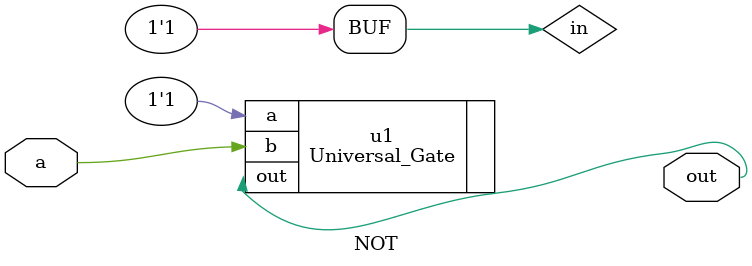
<source format=v>
`timescale 1ns/1ps

module Decode_And_Execute(rs, rt, sel, rd, w1,w2,w3,w4,w5,w6,w7,w8);
    input [3:0] rs, rt;
    input [2:0] sel;
    output [3:0] rd;
    output [3:0] w1,w2,w3,w4,w5,w6,w7,w8;
    
    //FUNCTION
    //wire [3:0] w1,w2,w3,w4,w5,w6,w7,w8;
    ADD func1 (.a(rs), .b(rt), .out(w1));
    SUB func2 (.a(rs), .b(rt), .out(w2));
    BITWISE_AND func3 (.a(rs), .b(rt), .out(w3));
    BITWISE_OR func4 (.a(rs), .b(rt), .out(w4));
    LEFT_SHIFT func5 (.a(rs), .out(w5));
    RIGHT_SHIFT func6 (.a(rt), .out(w6));
    COMPARE_EQ func7 (.a(rs), .b(rt), .out(w7));
    COMPARE_GT func8 (.a(rs), .b(rt), .out(w8));
    
    //SELECTION SIGNAL
    wire s0_n, s1_n, s2_n;
    wire s01, s02, s03, s04, s05, s06, s07, s08;
    wire [7:0] s;
    NOT n_s_0 (.a(sel[0]), .out(s0_n));
    NOT n_s_1 (.a(sel[1]), .out(s1_n));
    NOT n_s_2 (.a(sel[2]), .out(s2_n));
    
    //000
    AND a_s_11 (.a(s0_n), .b(s1_n), .out(s01));
    AND a_s_12 (.a(s2_n), .b(s01), .out(s[0]));
    //001
    AND a_s_21 (.a(sel[0]), .b(s1_n), .out(s02));
    AND a_s_22 (.a(s2_n), .b(s02), .out(s[1]));
    //010
    AND a_s_31 (.a(s0_n), .b(sel[1]), .out(s03));
    AND a_s_32 (.a(s2_n), .b(s03), .out(s[2]));
    //011
    AND a_s_41 (.a(sel[0]), .b(sel[1]), .out(s04));
    AND a_s_42 (.a(s2_n), .b(s04), .out(s[3]));
    //100
    AND a_s_51 (.a(s0_n), .b(s1_n), .out(s05));
    AND a_s_52 (.a(sel[2]), .b(s05), .out(s[4]));
    //101
    AND a_s_61 (.a(sel[0]), .b(s1_n), .out(s06));
    AND a_s_62 (.a(sel[2]), .b(s06), .out(s[5]));
    //110
    AND a_s_71 (.a(s0_n), .b(sel[1]), .out(s07));
    AND a_s_72 (.a(sel[2]), .b(s07), .out(s[6]));
    //111
    AND a_s_81 (.a(sel[0]), .b(sel[1]), .out(s08));
    AND a_s_82 (.a(sel[2]), .b(s08), .out(s[7]));
    
    //SELECTION FOR EACH
    SELECT sel_0 (.sel(s), .w1(w1[0]), .w2(w2[0]), .w3(w3[0]),
                  .w4(w4[0]), .w5(w5[0]), .w6(w6[0]), .w7(w7[0]), .w8(w8[0]), .out(rd[0]));
    SELECT sel_1 (.sel(s), .w1(w1[1]), .w2(w2[1]), .w3(w3[1]),
                  .w4(w4[1]), .w5(w5[1]), .w6(w6[1]), .w7(w7[1]), .w8(w8[1]), .out(rd[1]));
    SELECT sel_2 (.sel(s), .w1(w1[2]), .w2(w2[2]), .w3(w3[2]),
                  .w4(w4[2]), .w5(w5[2]), .w6(w6[2]), .w7(w7[2]), .w8(w8[2]), .out(rd[2]));
    SELECT sel_3 (.sel(s), .w1(w1[3]), .w2(w2[3]), .w3(w3[3]),
                  .w4(w4[3]), .w5(w5[3]), .w6(w6[3]), .w7(w7[3]), .w8(w8[3]), .out(rd[3]));
    
    
endmodule

module SELECT (sel, w1, w2, w3, w4, w5, w6, w7, w8, out);
    input [7:0] sel;
    input w1, w2, w3, w4, w5, w6, w7, w8;
    output out;
    wire a01,a02,a03,a04,a05,a06,a07,a08;
    wire o1, o2, o3, o4, o5, o6;
    AND and0_1 (.a(w1), .b(sel[0]), .out(a01));
    AND and0_2 (.a(w2), .b(sel[1]), .out(a02));
    AND and0_3 (.a(w3), .b(sel[2]), .out(a03));
    AND and0_4 (.a(w4), .b(sel[3]), .out(a04));
    AND and0_5 (.a(w5), .b(sel[4]), .out(a05));
    AND and0_6 (.a(w6), .b(sel[5]), .out(a06));
    AND and0_7 (.a(w7), .b(sel[6]), .out(a07));
    AND and0_8 (.a(w8), .b(sel[7]), .out(a08));
    OR or0_1 (.a(a01), .b(a02), .out(o1));
    OR or0_2 (.a(a03), .b(a04), .out(o2));
    OR or0_3 (.a(a05), .b(a06), .out(o3));
    OR or0_4 (.a(a07), .b(a08), .out(o4));
    OR or0_5 (.a(o1), .b(o2), .out(o5));
    OR or0_6 (.a(o3), .b(o4), .out(o6));
    OR or0_7 (.a(o5), .b(o6), .out(out));
    
endmodule

//1
module ADD (a, b, out);
    input [3:0] a, b;
    output [3:0] out;
    wire c0, c1, c2, c3;
    H_ADDER ha1 (.a(a[0]), .b(b[0]), .cout(c0), .sum(out[0]));
    F_ADDER fa1 (.a(a[1]), .b(b[1]), .cin(c0), .cout(c1), .sum(out[1]));
    F_ADDER fa2 (.a(a[2]), .b(b[2]), .cin(c1), .cout(c2), .sum(out[2]));
    F_ADDER fa3 (.a(a[3]), .b(b[3]), .cin(c2), .cout(c3), .sum(out[3]));
endmodule


module F_ADDER (a, b, cin, cout, sum);
    input a, b, cin;
    output cout ,sum;
    wire c1, c2, s1;
    H_ADDER ha1 (.a(a), .b(b), .cout(c1), .sum(s1));
    H_ADDER ha2 (.a(s1), .b(cin), .cout(c2), .sum(sum));
    OR or1 (.a(c1), .b(c2), .out(cout));
endmodule

module H_ADDER (a, b, cout, sum);
    input a, b;
    output cout ,sum;
    XOR xor1 (.a(a), .b(b), .out(sum));
    AND and1 (.a(a), .b(b), .out(cout));
endmodule

//2
module SUB (a, b, out);
    input [3:0] a, b;
    output [3:0] out;
    wire [3:0] b_n, b_2;
    wire n_0, n_1, n_2, n_3;
    reg in = 4'b0001;
    
    //2's complement
    NOT not0 (.a(b[0]), .out(b_n[0]));
    NOT not1 (.a(b[1]), .out(b_n[1]));
    NOT not2 (.a(b[2]), .out(b_n[2]));
    NOT not3 (.a(b[3]), .out(b_n[3]));
    ADD add1 (.a(b_n), .b(in), .out(b_2));
    ADD add2 (.a(a), .b(b_2), .out(out));
endmodule

//3
module BITWISE_AND (a, b, out);
    input [3:0] a, b;
    output [3:0] out;
    AND and0 (.a(a[0]), .b(b[0]), .out(out[0]));
    AND and1 (.a(a[1]), .b(b[1]), .out(out[1]));
    AND and2 (.a(a[2]), .b(b[2]), .out(out[2]));
    AND and3 (.a(a[3]), .b(b[3]), .out(out[3]));
endmodule

//4
module BITWISE_OR (a, b, out);
    input [3:0] a, b;
    output [3:0] out;
    OR or0 (.a(a[0]), .b(b[0]), .out(out[0]));
    OR or1 (.a(a[1]), .b(b[1]), .out(out[1]));
    OR or2 (.a(a[2]), .b(b[2]), .out(out[2]));
    OR or3 (.a(a[3]), .b(b[3]), .out(out[3]));
endmodule

//5
module LEFT_SHIFT (a, out);
    input [3:0] a;
    output [3:0] out;
    reg in = 1'b0;
    Universal_Gate u0 (.a(a[0]), .b(in), .out(out[1]));
    Universal_Gate u1 (.a(a[1]), .b(in), .out(out[2]));
    Universal_Gate u2 (.a(a[2]), .b(in), .out(out[3]));
    Universal_Gate u3 (.a(a[3]), .b(in), .out(out[0]));
endmodule

//6
module RIGHT_SHIFT (a, out);
    input [3:0] a;
    output [3:0] out;
    reg in = 1'b0;
    Universal_Gate u0 (.a(a[0]), .b(in), .out(out[3]));
    Universal_Gate u1 (.a(a[1]), .b(in), .out(out[0]));
    Universal_Gate u2 (.a(a[2]), .b(in), .out(out[1]));
    Universal_Gate u3 (.a(a[3]), .b(in), .out(out[2]));
endmodule

//7
module COMPARE_EQ (a, b, out);
    input [3:0] a, b;
    output [3:0] out;
    wire c1, c2, c3, c0, w1, w2;
    reg in = 1'b0;
    XNOR xnor0 (.a(a[0]), .b(b[0]), .out(c0));
    XNOR xnor1 (.a(a[1]), .b(b[1]), .out(c1));
    XNOR xnor2 (.a(a[2]), .b(b[2]), .out(c2));
    XNOR xnor3 (.a(a[3]), .b(b[3]), .out(c3));
    AND and1 (.a(c0), .b(c1), .out(w1));
    AND and2 (.a(c2), .b(c3), .out(w2));
    AND and3 (.a(w1), .b(w2), .out(out[0]));
    NOT not1 (.a(in), .out(out[1]));
    NOT not2 (.a(in), .out(out[2]));
    NOT not3 (.a(in), .out(out[3]));
endmodule

//8
module COMPARE_GT (a, b, out);
    input [3:0] a, b;
    output [3:0] out;
    wire a3_n, a2_n, a1_n, b3_n, b2_n, b1_n, b0_n;
    wire w0, w11, w12, w21, w22, w31, w32;
    wire w1, w1_n, w2, w2_n, w3, w3_n;
    wire a1_1, a2_1, a2_2, a3_1, a3_2, a3_3, o1, o2;
    reg in = 1'b0;
    
    //invert
    NOT not1 (.a(a[1]), .out(a1_n));
    NOT not2 (.a(a[2]), .out(a2_n));
    NOT not3 (.a(a[3]), .out(a3_n));
    NOT not4 (.a(b[0]), .out(b0_n));
    NOT not5 (.a(b[1]), .out(b1_n));
    NOT not6 (.a(b[2]), .out(b2_n));
    NOT not7 (.a(b[3]), .out(b3_n));
    
    //and
    AND and1 (.a(a3_n), .b(b[3]), .out(w31));
    AND and2 (.a(a[3]), .b(b3_n), .out(w32));
    AND and3 (.a(a2_n), .b(b[2]), .out(w21));
    AND and4 (.a(a[2]), .b(b2_n), .out(w22));
    AND and5 (.a(a1_n), .b(b[1]), .out(w11));
    AND and6 (.a(a[1]), .b(b1_n), .out(w12));
    AND and7 (.a(a[0]), .b(b0_n), .out(w0));
    
    //
    OR or1 (.a(w31), .b(w32), .out(w3));
    NOT n1 (.a(w3), .out(w3_n));
    OR or2 (.a(w21), .b(w22), .out(w2));
    NOT n2 (.a(w2), .out(w2_n));
    OR or3 (.a(w11), .b(w12), .out(w1));
    NOT n3 (.a(w1), .out(w1_n));
    
    //
    AND a1 (.a(w3_n), .b(w22), .out(a1_1));
    
    AND a21 (.a(w3_n), .b(w2_n), .out(a2_1));
    AND a22 (.a(w12), .b(a2_1), .out(a2_2));
    
    AND a31 (.a(w3_n), .b(w2_n), .out(a3_1));
    AND a32 (.a(w1_n), .b(w0), .out(a3_2));
    AND a33 (.a(a3_1), .b(a3_2), .out(a3_3));
    
    OR or_last_1 (.a(w32), .b(a1_1), .out(o1));
    OR or_last_2 (.a(a2_2), .b(a3_3), .out(o2));
    OR or_last_3 (.a(o1), .b(o2), .out(out[0]));
    
    //
    NOT not11 (.a(in), .out(out[1]));
    NOT not22 (.a(in), .out(out[2]));
    NOT not33 (.a(in), .out(out[3]));
endmodule

//using
module XNOR (a, b, out);
    input a, b;
    output out;
    wire a_n, b_n, w1, w2;
    NOT not1 (.a(a), .out(a_n));
    NOT not2 (.a(b), .out(b_n));
    AND and1 (.a(a), .b(b), .out(w1));
    AND and2 (.a(a_n), .b(b_n), .out(w2));
    OR or1 (.a(w1), .b(w2), .out(out));
endmodule

module XOR (a, b, out);
    input a, b;
    output out;
    wire a_n, b_n, w1, w2;
    NOT not1 (.a(a), .out(a_n));
    NOT not2 (.a(b), .out(b_n));
    AND and1 (.a(a_n), .b(b), .out(w1));
    AND and2 (.a(a), .b(b_n), .out(w2));
    OR or1 (.a(w1), .b(w2), .out(out));
endmodule

module OR (a, b, out);
    input a, b;
    output out;
    reg in = 1'b1;
    wire a_n, b_n, w1, w2;
    Universal_Gate u1 (.a(in), .b(a), .out(a_n));
    Universal_Gate u2 (.a(in), .b(b), .out(b_n));
    Universal_Gate u3 (.a(in), .b(b_n), .out(w1));
    Universal_Gate u4 (.a(a_n), .b(w1), .out(w2));
    Universal_Gate u5 (.a(in), .b(w2), .out(out));
endmodule

module AND (a, b, out);
    input a, b;
    output out;
    reg in = 1'b1;
    wire w;
    Universal_Gate u1 (.a(in), .b(b), .out(w));
    Universal_Gate u2 (.a(a), .b(w), .out(out));
endmodule

module NOT (a, out);
    input a;
    output out;
    reg in = 1'b1;
    Universal_Gate u1 (.a(in), .b(a), .out(out));
endmodule
</source>
